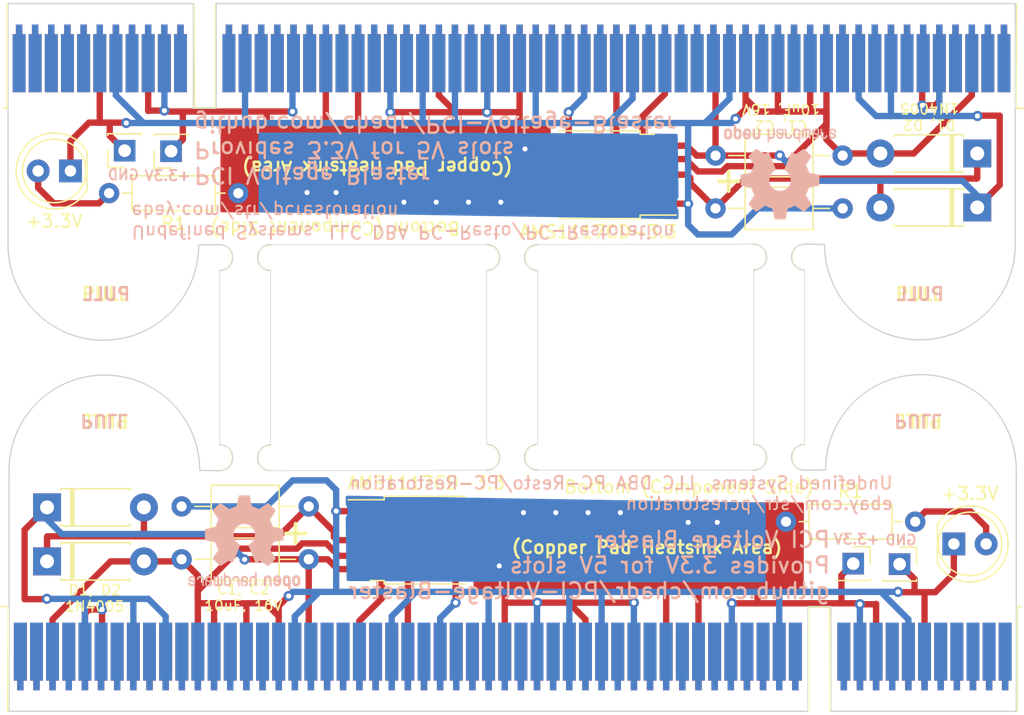
<source format=kicad_pcb>
(kicad_pcb (version 20221018) (generator pcbnew)
  (layers (0 "F.Cu" signal) (31 "B.Cu" signal) (34 "B.Paste" user) (35 "F.Paste" user) (36 "B.SilkS" user "B.Silkscreen") (37 "F.SilkS" user "F.Silkscreen") (38 "B.Mask" user) (39 "F.Mask" user) (44 "Edge.Cuts" user))
  (net 0 "")
  (net 1 "+5V")
  (net 2 "GND")
  (net 3 "+3.3V")
  (net 78 "Net-(LED1-A)")
  (footprint "PCI Blaster:BUS_PCI" (layer "F.Cu") (at 153.953 61.842 180)
    (fp_text reference "J1" hide)
    (fp_text value "Bus_PCI_32bit_5V")
  )
  (footprint "Panelization.pretty-master:mouse-bite-2mm-slot" (layer "F.Cu") (at 154 94.19)
    (fp_text reference "mouse-bite-2mm-slot" hide)
    (fp_text value "VAL**" hide)
  )
  (footprint "Diode_THT:D_DO-41_SOD81_P7.62mm_Horizontal" (layer "F.Cu") (at 117.417 102.383)
    (fp_text reference "D2" hide)
    (fp_text value "1N4005")
  )
  (footprint "Diode_THT:D_DO-41_SOD81_P7.62mm_Horizontal" (layer "F.Cu") (at 190.583 70.277 180)
    (fp_text reference "D2" hide)
    (fp_text value "1N4005")
  )
  (footprint "Package_TO_SOT_SMD:TO-252-3_TabPin2" (layer "F.Cu") (at 160.758 71.947 180)
    (fp_text reference "AMS1117CD-3.3")
    (fp_text value "AMS1117CD-3.3" hide)
  )
  (footprint "Panelization.pretty-master:mouse-bite-2mm-slot" (layer "F.Cu") (at 154 78.47 180)
    (fp_text reference "mouse-bite-2mm-slot" hide)
    (fp_text value "VAL**" hide)
  )
  (footprint "Resistor_THT:R_Axial_DIN0207_L6.3mm_D2.5mm_P10.16mm_Horizontal" (layer "F.Cu") (at 175.542 99.258)
    (fp_text reference "R1")
    (fp_text value "120R" hide)
  )
  (footprint "Capacitor_THT:C_Axial_L5.1mm_D3.1mm_P10.00mm_Horizontal" (layer "F.Cu") (at 169.998 70.442)
    (fp_text reference "C1" hide)
    (fp_text value "10uF")
  )
  (footprint "Diode_THT:D_DO-41_SOD81_P7.62mm_Horizontal" (layer "F.Cu") (at 190.583 74.527 180)
    (fp_text reference "D1" hide)
    (fp_text value "1N4005")
  )
  (footprint "Diode_THT:D_DO-41_SOD81_P7.62mm_Horizontal" (layer "F.Cu") (at 117.417 98.133)
    (fp_text reference "D1" hide)
    (fp_text value "1N4005")
  )
  (footprint "LED_THT:LED_D5.0mm" (layer "F.Cu") (at 188.742 101.008)
    (fp_text reference "+3.3V")
    (fp_text value "+3,3V")
  )
  (footprint "Capacitor_THT:C_Axial_L5.1mm_D3.1mm_P10.00mm_Horizontal" (layer "F.Cu") (at 138.002 98.058 180)
    (fp_text reference "C2" hide)
    (fp_text value "10uF")
  )
  (footprint "Connector_PinSocket_2.54mm:PinSocket_1x01_P2.54mm_Vertical" (layer "F.Cu") (at 180.827 102.563)
    (fp_text reference "TP1" hide)
    (fp_text value "+3.3V")
  )
  (footprint "Resistor_THT:R_Axial_DIN0207_L6.3mm_D2.5mm_P10.16mm_Horizontal" (layer "F.Cu") (at 132.458 73.402 180)
    (fp_text reference "R1")
    (fp_text value "120R" hide)
  )
  (footprint "PCI Blaster:BUS_PCI" (layer "F.Cu") (at 154.047 110.818)
    (fp_text reference "J1" hide)
    (fp_text value "Bus_PCI_32bit_5V")
  )
  (footprint "Capacitor_THT:C_Axial_L5.1mm_D3.1mm_P10.00mm_Horizontal" (layer "F.Cu") (at 138.002 102.218 180)
    (fp_text reference "C1" hide)
    (fp_text value "10uF")
  )
  (footprint "Panelization.pretty-master:mouse-bite-2mm-slot" (layer "F.Cu") (at 175 94.19)
    (fp_text reference "mouse-bite-2mm-slot" hide)
    (fp_text value "VAL**" hide)
  )
  (footprint "Package_TO_SOT_SMD:TO-252-3_TabPin2" (layer "F.Cu") (at 147.242 100.713)
    (fp_text reference "AMS1117CD-3.3")
    (fp_text value "AMS1117CD-3.3" hide)
  )
  (footprint "Capacitor_THT:C_Axial_L5.1mm_D3.1mm_P10.00mm_Horizontal" (layer "F.Cu") (at 169.998 74.602)
    (fp_text reference "C2" hide)
    (fp_text value "10uF")
  )
  (footprint "Panelization.pretty-master:mouse-bite-2mm-slot" (layer "F.Cu") (at 133 94.23)
    (fp_text reference "mouse-bite-2mm-slot" hide)
    (fp_text value "VAL**" hide)
  )
  (footprint "Connector_PinSocket_2.54mm:PinSocket_1x01_P2.54mm_Vertical" (layer "F.Cu") (at 184.477 102.603)
    (fp_text reference "TP2" hide)
    (fp_text value "GND")
  )
  (footprint "Panelization.pretty-master:mouse-bite-2mm-slot" (layer "F.Cu") (at 133 78.47 180)
    (fp_text reference "mouse-bite-2mm-slot" hide)
    (fp_text value "VAL**" hide)
  )
  (footprint "Connector_PinSocket_2.54mm:PinSocket_1x01_P2.54mm_Vertical" (layer "F.Cu") (at 123.523 70.057 180)
    (fp_text reference "TP2" hide)
    (fp_text value "GND")
  )
  (footprint "Panelization.pretty-master:mouse-bite-2mm-slot" (layer "F.Cu") (at 175 78.43 180)
    (fp_text reference "mouse-bite-2mm-slot" hide)
    (fp_text value "VAL**" hide)
  )
  (footprint "LED_THT:LED_D5.0mm" (layer "F.Cu") (at 119.258 71.652 180)
    (fp_text reference "+3.3V")
    (fp_text value "+3,3V")
  )
  (footprint "Connector_PinSocket_2.54mm:PinSocket_1x01_P2.54mm_Vertical" (layer "F.Cu") (at 127.173 70.097 180)
    (fp_text reference "TP1" hide)
    (fp_text value "+3.3V")
  )
  (footprint "Symbol:OSHW-Logo2_9.8x8mm_SilkScreen" (layer "B.Cu") (at 132.927 100.908 180)
    (fp_text reference "REF**" hide)
    (fp_text value "OSHW-Logo2_9.8x8mm_SilkScreen" hide)
  )
  (footprint "Symbol:OSHW-Logo2_9.8x8mm_SilkScreen" (layer "B.Cu") (at 175.073 71.752)
    (fp_text reference "REF**" hide)
    (fp_text value "OSHW-Logo2_9.8x8mm_SilkScreen" hide)
  )
  (gr_arc (start 131 93.21) (mid 132.02 94.23) (end 131 95.25) (stroke (width 0.1)) (layer "Edge.Cuts"))
  (gr_line (start 129.551997 95.223454) (end 131 95.25) (stroke (width 0.1)) (layer "Edge.Cuts"))
  (gr_line (start 156 77.45) (end 173 77.41) (stroke (width 0.05)) (layer "Edge.Cuts"))
  (gr_line (start 179.077 114.183) (end 193.652 114.183) (stroke (width 0.1)) (layer "Edge.Cuts"))
  (gr_line (start 178.551997 95.19253) (end 177.959983 95.192904) (stroke (width 0.1)) (layer "Edge.Cuts"))
  (gr_line (start 193.573 76.902) (end 193.573 66.727) (stroke (width 0.1)) (layer "Edge.Cuts"))
  (gr_line (start 178.551997 95.19253) (end 178.652 95.183) (stroke (width 0.1)) (layer "Edge.Cuts"))
  (gr_line (start 114.427 114.183) (end 177.277 114.183) (stroke (width 0.1)) (layer "Edge.Cuts"))
  (gr_line (start 114.348 76.922) (end 114.348 77.477) (stroke (width 0.1)) (layer "Edge.Cuts"))
  (gr_arc (start 178.652 95.183) (mid 186.152 87.683) (end 193.652 95.183) (stroke (width 0.1)) (layer "Edge.Cuts"))
  (gr_line (start 129.551997 95.223454) (end 129.427 95.218) (stroke (width 0.1)) (layer "Edge.Cuts"))
  (gr_line (start 179.077 105.933) (end 179.077 114.183) (stroke (width 0.1)) (layer "Edge.Cuts"))
  (gr_arc (start 129.348 77.477) (mid 121.848 84.977) (end 114.348 77.477) (stroke (width 0.1)) (layer "Edge.Cuts"))
  (gr_line (start 130.040017 77.467096) (end 131 77.45) (stroke (width 0.1)) (layer "Edge.Cuts"))
  (gr_line (start 193.573 76.902) (end 193.573 77.442) (stroke (width 0.1)) (layer "Edge.Cuts"))
  (gr_line (start 128.923 66.727) (end 128.923 58.477) (stroke (width 0.1)) (layer "Edge.Cuts"))
  (gr_arc (start 131 77.45) (mid 132.02 78.47) (end 131 79.49) (stroke (width 0.1)) (layer "Edge.Cuts"))
  (gr_arc (start 135 95.25) (mid 133.98 94.23) (end 135 93.21) (stroke (width 0.1)) (layer "Edge.Cuts"))
  (gr_line (start 177 93.17) (end 177 79.45) (stroke (width 0.05)) (layer "Edge.Cuts"))
  (gr_line (start 193.573 66.727) (end 193.573 58.477) (stroke (width 0.1)) (layer "Edge.Cuts"))
  (gr_line (start 173 79.45) (end 173 93.17) (stroke (width 0.05)) (layer "Edge.Cuts"))
  (gr_arc (start 152 77.45) (mid 153.02 78.47) (end 152 79.49) (stroke (width 0.1)) (layer "Edge.Cuts"))
  (gr_line (start 156 93.17) (end 156 79.49) (stroke (width 0.05)) (layer "Edge.Cuts"))
  (gr_line (start 114.427 95.758) (end 114.427 105.933) (stroke (width 0.1)) (layer "Edge.Cuts"))
  (gr_line (start 193.652 95.738) (end 193.652 95.183) (stroke (width 0.1)) (layer "Edge.Cuts"))
  (gr_line (start 177.277 114.183) (end 177.277 105.933) (stroke (width 0.1)) (layer "Edge.Cuts"))
  (gr_line (start 130.723 58.477) (end 130.723 66.727) (stroke (width 0.1)) (layer "Edge.Cuts"))
  (gr_arc (start 177 95.21) (mid 175.98 94.19) (end 177 93.17) (stroke (width 0.1)) (layer "Edge.Cuts"))
  (gr_line (start 114.427 105.933) (end 114.427 114.183) (stroke (width 0.1)) (layer "Edge.Cuts"))
  (gr_arc (start 114.427 95.218) (mid 121.927 87.718) (end 129.427 95.218) (stroke (width 0.1)) (layer "Edge.Cuts"))
  (gr_line (start 128.923 58.477) (end 114.348 58.477) (stroke (width 0.1)) (layer "Edge.Cuts"))
  (gr_line (start 178.448003 77.436546) (end 178.573 77.442) (stroke (width 0.1)) (layer "Edge.Cuts"))
  (gr_arc (start 177 79.45) (mid 175.98 78.43) (end 177 77.41) (stroke (width 0.1)) (layer "Edge.Cuts"))
  (gr_arc (start 152 93.17) (mid 153.02 94.19) (end 152 95.21) (stroke (width 0.1)) (layer "Edge.Cuts"))
  (gr_line (start 152 79.49) (end 152 93.17) (stroke (width 0.05)) (layer "Edge.Cuts"))
  (gr_line (start 130.723 66.727) (end 128.923 66.727) (stroke (width 0.1)) (layer "Edge.Cuts"))
  (gr_line (start 114.427 95.758) (end 114.427 95.218) (stroke (width 0.1)) (layer "Edge.Cuts"))
  (gr_line (start 129.448003 77.46747) (end 129.348 77.477) (stroke (width 0.1)) (layer "Edge.Cuts"))
  (gr_line (start 131 79.49) (end 131 93.21) (stroke (width 0.05)) (layer "Edge.Cuts"))
  (gr_line (start 193.573 58.477) (end 130.723 58.477) (stroke (width 0.1)) (layer "Edge.Cuts"))
  (gr_arc (start 173 93.17) (mid 174.02 94.19) (end 173 95.21) (stroke (width 0.1)) (layer "Edge.Cuts"))
  (gr_line (start 129.448003 77.46747) (end 130.040017 77.467096) (stroke (width 0.1)) (layer "Edge.Cuts"))
  (gr_arc (start 193.573 77.442) (mid 186.073 84.942) (end 178.573 77.442) (stroke (width 0.1)) (layer "Edge.Cuts"))
  (gr_line (start 178.448003 77.436546) (end 177 77.41) (stroke (width 0.1)) (layer "Edge.Cuts"))
  (gr_arc (start 173 77.41) (mid 174.02 78.43) (end 173 79.45) (stroke (width 0.1)) (layer "Edge.Cuts"))
  (gr_line (start 177.959983 95.192904) (end 177 95.21) (stroke (width 0.1)) (layer "Edge.Cuts"))
  (gr_line (start 156 95.21) (end 173 95.21) (stroke (width 0.05)) (layer "Edge.Cuts"))
  (gr_line (start 152 95.21) (end 135 95.25) (stroke (width 0.05)) (layer "Edge.Cuts"))
  (gr_arc (start 135 79.49) (mid 133.98 78.47) (end 135 77.45) (stroke (width 0.1)) (layer "Edge.Cuts"))
  (gr_line (start 177.277 105.933) (end 179.077 105.933) (stroke (width 0.1)) (layer "Edge.Cuts"))
  (gr_line (start 114.348 58.477) (end 114.348 76.922) (stroke (width 0.1)) (layer "Edge.Cuts"))
  (gr_line (start 152 77.45) (end 135 77.45) (stroke (width 0.05)) (layer "Edge.Cuts"))
  (gr_line (start 135 93.21) (end 135 79.49) (stroke (width 0.05)) (layer "Edge.Cuts"))
  (gr_arc (start 156 95.21) (mid 154.98 94.19) (end 156 93.17) (stroke (width 0.1)) (layer "Edge.Cuts"))
  (gr_arc (start 156 79.49) (mid 154.98 78.47) (end 156 77.45) (stroke (width 0.1)) (layer "Edge.Cuts"))
  (gr_line (start 193.652 114.183) (end 193.652 95.738) (stroke (width 0.1)) (layer "Edge.Cuts"))
  (gr_text "PULL" (at 124.058 81.932) (layer "B.SilkS") (effects (font (size 1 1) (thickness 0.2) bold) (justify left bottom mirror)))
  (gr_text "PCI Voltage Blaster\nProvides 3.3V for 5V slots\ngithub.com/chadr/PCI-Voltage-Blaster" (at 128.873 67.227 180) (layer "B.SilkS") (effects (font (size 1.25 1.25) (thickness 0.2) bold) (justify left bottom mirror)))
  (gr_text "PULL" (at 119.932 90.728 180) (layer "B.SilkS") (effects (font (size 1 1) (thickness 0.2) bold) (justify left bottom mirror)))
  (gr_text "PULL" (at 183.942 90.728 180) (layer "B.SilkS") (effects (font (size 1 1) (thickness 0.2) bold) (justify left bottom mirror)))
  (gr_text "Undefined Systems, LLC DBA PC-Resto/PC-Restoration\nebay.com/str/pcrestoration" (at 184.027 98.408) (layer "B.SilkS") (effects (font (size 1 1)) (justify left bottom mirror)))
  (gr_text "PULL" (at 188.068 81.932) (layer "B.SilkS") (effects (font (size 1 1) (thickness 0.2) bold) (justify left bottom mirror)))
  (gr_text "PCI Voltage Blaster\nProvides 3.3V for 5V slots\ngithub.com/chadr/PCI-Voltage-Blaster" (at 179.127 105.433) (layer "B.SilkS") (effects (font (size 1.25 1.25) (thickness 0.2) bold) (justify left bottom mirror)))
  (gr_text "Undefined Systems, LLC DBA PC-Resto/PC-Restoration\nebay.com/str/pcrestoration" (at 123.973 74.252 180) (layer "B.SilkS") (effects (font (size 1 1)) (justify left bottom mirror)))
  (gr_text "C1, C2\n10uF, 16V" (at 132.852 105.218) (layer "F.SilkS") (effects (font (size 0.8 0.8) (thickness 0.125))))
  (gr_text "PULL" (at 184.048 81.932) (layer "F.SilkS") (effects (font (size 1 1) (thickness 0.2) bold) (justify left bottom)))
  (gr_text "D1, D2\n1N4005" (at 121.172 105.288) (layer "F.SilkS") (effects (font (size 0.8 0.8) (thickness 0.125))))
  (gr_text "PULL" (at 187.952 90.728 180) (layer "F.SilkS") (effects (font (size 1 1) (thickness 0.2) bold) (justify left bottom)))
  (gr_text "(Copper Pad Heatsink Area)" (at 153.852 101.858) (layer "F.SilkS") (effects (font (size 1 1) (thickness 0.2) bold) (justify left bottom)))
  (gr_text "PULL" (at 123.952 90.728 180) (layer "F.SilkS") (effects (font (size 1 1) (thickness 0.2) bold) (justify left bottom)))
  (gr_text "C1, C2\n10uF, 16V" (at 175.148 67.442 180) (layer "F.SilkS") (effects (font (size 0.8 0.8) (thickness 0.125))))
  (gr_text "+" (at 135.527 101.208) (layer "F.SilkS") (effects (font (size 2 2) (thickness 0.3) bold) (justify left bottom)))
  (gr_text "PULL" (at 120.048 81.932) (layer "F.SilkS") (effects (font (size 1 1) (thickness 0.2) bold) (justify left bottom)))
  (gr_text "Bottom (Component Side)" (at 149.998 75.552 180) (layer "F.SilkS") (effects (font (size 1 1)) (justify left bottom)))
  (gr_text "(Copper Pad Heatsink Area)" (at 154.148 70.802 180) (layer "F.SilkS") (effects (font (size 1 1) (thickness 0.2) bold) (justify left bottom)))
  (gr_text "D1, D2\n1N4005" (at 186.828 67.372 180) (layer "F.SilkS") (effects (font (size 0.8 0.8) (thickness 0.125))))
  (gr_text "Bottom (Component Side)" (at 158.002 97.108) (layer "F.SilkS") (effects (font (size 1 1)) (justify left bottom)))
  (gr_text "+" (at 172.473 71.452 180) (layer "F.SilkS") (effects (font (size 2 2) (thickness 0.3) bold) (justify left bottom)))
  (segment (start 140.262 102.993) (end 142.202 102.993) (width 0.5) (layer "F.Cu") (net 1))
  (segment (start 120.397 106.5) (end 120.729 106.168) (width 0.5) (layer "F.Cu") (net 1))
  (segment (start 175.033 70.442) (end 175.048 70.427) (width 0.5) (layer "F.Cu") (net 1))
  (segment (start 117.417 98.133) (end 115.652 99.898) (width 0.5) (layer "F.Cu") (net 1))
  (segment (start 186.255 63.25) (end 186.333 63.172) (width 0.5) (layer "F.Cu") (net 1))
  (segment (start 167.738 69.667) (end 165.798 69.667) (width 0.5) (layer "F.Cu") (net 1))
  (segment (start 187.603 63.172) (end 187.603 66.16) (width 0.5) (layer "F.Cu") (net 1))
  (segment (start 138.002 102.218) (end 139.487 102.218) (width 0.5) (layer "F.Cu") (net 1))
  (segment (start 168.513 70.442) (end 167.738 69.667) (width 0.5) (layer "F.Cu") (net 1))
  (segment (start 190.583 74.527) (end 192.348 72.762) (width 0.5) (layer "F.Cu") (net 1))
  (segment (start 186.255 66.492) (end 186.255 63.25) (width 0.5) (layer "F.Cu") (net 1))
  (segment (start 138.002 102.218) (end 132.967 102.218) (width 0.5) (layer "F.Cu") (net 1))
  (segment (start 121.745 109.41) (end 121.667 109.488) (width 0.5) (layer "F.Cu") (net 1))
  (segment (start 192.348 67.302) (end 190.623 67.302) (width 0.5) (layer "F.Cu") (net 1))
  (segment (start 115.652 105.358) (end 117.377 105.358) (width 0.5) (layer "F.Cu") (net 1))
  (segment (start 169.998 63.337) (end 169.833 63.172) (width 0.5) (layer "F.Cu") (net 1))
  (segment (start 192.348 72.762) (end 192.348 67.302) (width 0.5) (layer "F.Cu") (net 1))
  (segment (start 138.002 109.323) (end 138.167 109.488) (width 0.5) (layer "F.Cu") (net 1))
  (segment (start 115.652 99.898) (end 115.652 105.358) (width 0.5) (layer "F.Cu") (net 1))
  (segment (start 120.397 109.488) (end 120.397 106.5) (width 0.5) (layer "F.Cu") (net 1))
  (segment (start 117.377 105.358) (end 117.402 105.333) (width 0.5) (layer "F.Cu") (net 1))
  (segment (start 169.998 70.442) (end 175.033 70.442) (width 0.5) (layer "F.Cu") (net 1))
  (segment (start 121.745 106.168) (end 121.745 109.41) (width 0.5) (layer "F.Cu") (net 1))
  (segment (start 169.998 70.442) (end 169.998 63.337) (width 0.5) (layer "F.Cu") (net 1))
  (segment (start 120.729 106.168) (end 121.745 106.168) (width 0.5) (layer "F.Cu") (net 1))
  (segment (start 132.967 102.218) (end 132.952 102.233) (width 0.5) (layer "F.Cu") (net 1))
  (segment (start 187.603 66.16) (end 187.271 66.492) (width 0.5) (layer "F.Cu") (net 1))
  (segment (start 169.998 70.442) (end 168.513 70.442) (width 0.5) (layer "F.Cu") (net 1))
  (segment (start 139.487 102.218) (end 140.262 102.993) (width 0.5) (layer "F.Cu") (net 1))
  (segment (start 190.623 67.302) (end 190.598 67.327) (width 0.5) (layer "F.Cu") (net 1))
  (segment (start 138.002 102.218) (end 138.002 109.323) (width 0.5) (layer "F.Cu") (net 1))
  (segment (start 187.271 66.492) (end 186.255 66.492) (width 0.5) (layer "F.Cu") (net 1))
  (via (at 175.048 70.427) (size 0.8) (drill 0.4) (layers "F.Cu" "B.Cu") (net 1))
  (via (at 132.952 102.233) (size 0.8) (drill 0.4) (layers "F.Cu" "B.Cu") (net 1))
  (via (at 117.402 105.333) (size 0.8) (drill 0.4) (layers "F.Cu" "B.Cu") (net 1))
  (via (at 186.255 66.492) (size 0.8) (drill 0.4) (layers "F.Cu" "B.Cu") (net 1))
  (via (at 121.745 106.168) (size 0.8) (drill 0.4) (layers "F.Cu" "B.Cu") (net 1))
  (via (at 190.598 67.327) (size 0.8) (drill 0.4) (layers "F.Cu" "B.Cu") (net 1))
  (segment (start 125.377 105.333) (end 126.747 106.703) (width 0.5) (layer "B.Cu") (net 1))
  (segment (start 186.255 67.327) (end 183.748 67.327) (width 0.5) (layer "B.Cu") (net 1))
  (segment (start 183.748 67.327) (end 182.623 67.327) (width 0.5) (layer "B.Cu") (net 1))
  (segment (start 175.048 70.427) (end 177.048 72.427) (width 0.5) (layer "B.Cu") (net 1))
  (segment (start 182.623 67.327) (end 181.253 65.957) (width 0.5) (layer "B.Cu") (net 1))
  (segment (start 183.793 67.282) (end 183.793 63.172) (width 0.5) (layer "B.Cu") (net 1))
  (segment (start 183.748 67.327) (end 183.793 67.282) (width 0.5) (layer "B.Cu") (net 1))
  (segment (start 187.573 67.327) (end 187.603 67.297) (width 0.5) (layer "B.Cu") (net 1))
  (segment (start 118.577 100.233) (end 117.417 99.073) (width 0.5) (layer "B.Cu") (net 1))
  (segment (start 187.573 67.327) (end 186.255 67.327) (width 0.5) (layer "B.Cu") (net 1))
  (segment (start 124.252 105.333) (end 124.207 105.378) (width 0.5) (layer "B.Cu") (net 1))
  (segment (start 126.747 106.703) (end 126.747 109.488) (width 0.5) (layer "B.Cu") (net 1))
  (segment (start 132.952 102.233) (end 130.952 100.233) (width 0.5) (layer "B.Cu") (net 1))
  (segment (start 190.583 73.587) (end 190.583 74.527) (width 0.5) (layer "B.Cu") (net 1))
  (segment (start 124.252 105.333) (end 125.377 105.333) (width 0.5) (layer "B.Cu") (net 1))
  (segment (start 130.952 100.233) (end 118.577 100.233) (width 0.5) (layer "B.Cu") (net 1))
  (segment (start 190.598 67.327) (end 187.573 67.327) (width 0.5) (layer "B.Cu") (net 1))
  (segment (start 177.048 72.427) (end 189.423 72.427) (width 0.5) (layer "B.Cu") (net 1))
  (segment (start 120.427 105.333) (end 120.397 105.363) (width 0.5) (layer "B.Cu") (net 1))
  (segment (start 120.397 105.363) (end 120.397 109.488) (width 0.5) (layer "B.Cu") (net 1))
  (segment (start 117.402 105.333) (end 120.427 105.333) (width 0.5) (layer "B.Cu") (net 1))
  (segment (start 124.207 105.378) (end 124.207 109.488) (width 0.5) (layer "B.Cu") (net 1))
  (segment (start 121.745 105.333) (end 124.252 105.333) (width 0.5) (layer "B.Cu") (net 1))
  (segment (start 187.603 67.297) (end 187.603 63.172) (width 0.5) (layer "B.Cu") (net 1))
  (segment (start 181.253 65.957) (end 181.253 63.172) (width 0.5) (layer "B.Cu") (net 1))
  (segment (start 189.423 72.427) (end 190.583 73.587) (width 0.5) (layer "B.Cu") (net 1))
  (segment (start 120.427 105.333) (end 121.745 105.333) (width 0.5) (layer "B.Cu") (net 1))
  (segment (start 121.745 105.333) (end 121.745 106.168) (width 0.5) (layer "B.Cu") (net 1))
  (segment (start 186.255 67.327) (end 186.255 66.492) (width 0.5) (layer "B.Cu") (net 1))
  (segment (start 117.417 99.073) (end 117.417 98.133) (width 0.5) (layer "B.Cu") (net 1))
  (segment (start 125.037 102.383) (end 122.417 102.383) (width 0.5) (layer "F.Cu") (net 2))
  (segment (start 121.563 67.852) (end 122.348 67.852) (width 0.5) (layer "F.Cu") (net 2))
  (segment (start 143.341949 101.943) (end 143.752 102.353051) (width 0.5) (layer "F.Cu") (net 2))
  (segment (start 137.069233 101.383) (end 137.484233 100.968) (width 0.5) (layer "F.Cu") (net 2))
  (segment (start 128.002 102.218) (end 129.277 103.493) (width 0.5) (layer "F.Cu") (net 2))
  (segment (start 178.723 69.167) (end 178.723 67.327) (width 0.5) (layer "F.Cu") (net 2))
  (segment (start 137.484233 100.968) (end 139.387051 100.968) (width 0.5) (layer "F.Cu") (net 2))
  (segment (start 130.552 105.683) (end 133.127 105.683) (width 0.5) (layer "F.Cu") (net 2))
  (segment (start 122.348 67.852) (end 123.623 67.852) (width 0.5) (layer "F.Cu") (net 2))
  (segment (start 182.963 70.277) (end 185.583 70.277) (width 0.5) (layer "F.Cu") (net 2))
  (segment (start 184.377 104.808) (end 184.352 104.783) (width 0.5) (layer "F.Cu") (net 2))
  (segment (start 132.599918 101.383) (end 137.069233 101.383) (width 0.5) (layer "F.Cu") (net 2))
  (segment (start 122.417 102.383) (end 117.847 106.953) (width 0.5) (layer "F.Cu") (net 2))
  (segment (start 130.557 105.688) (end 130.557 109.488) (width 0.5) (layer "F.Cu") (net 2))
  (segment (start 174.873 66.977) (end 174.903 66.947) (width 0.5) (layer "F.Cu") (net 2))
  (segment (start 164.248 70.306949) (end 164.248 67.362) (width 0.5) (layer "F.Cu") (net 2))
  (segment (start 171.573 67.552) (end 172.363 66.762) (width 0.5) (layer "F.Cu") (net 2))
  (segment (start 119.258 69.312) (end 119.258 71.652) (width 0.5) (layer "F.Cu") (net 2))
  (segment (start 129.277 105.333) (end 129.277 104.705918) (width 0.5) (layer "F.Cu") (net 2))
  (segment (start 129.277 103.493) (end 129.277 105.333) (width 0.5) (layer "F.Cu") (net 2))
  (segment (start 136.427 105.108) (end 135.637 105.898) (width 0.5) (layer "F.Cu") (net 2))
  (segment (start 175.400082 71.277) (end 170.930767 71.277) (width 0.5) (layer "F.Cu") (net 2))
  (segment (start 177.448 66.977) (end 177.443 66.972) (width 0.5) (layer "F.Cu") (net 2))
  (segment (start 139.387051 100.968) (end 140.362051 101.943) (width 0.5) (layer "F.Cu") (net 2))
  (segment (start 173.383 66.977) (end 172.363 65.957) (width 0.5) (layer "F.Cu") (net 2))
  (segment (start 140.172 98.433) (end 140.16 98.421) (width 0.25) (layer "F.Cu") (net 2))
  (segment (start 174.873 66.977) (end 173.383 66.977) (width 0.5) (layer "F.Cu") (net 2))
  (segment (start 125.037 102.383) (end 127.837 102.383) (width 0.5) (layer "F.Cu") (net 2))
  (segment (start 123.523 70.057) (end 122.348 68.882) (width 0.5) (layer "F.Cu") (net 2))
  (segment (start 178.723 66.977) (end 178.723 63.172) (width 0.5) (layer "F.Cu") (net 2))
  (segment (start 133.127 105.683) (end 134.617 105.683) (width 0.5) (layer "F.Cu") (net 2))
  (segment (start 178.723 67.327) (end 178.723 67.954082) (width 0.5) (layer "F.Cu") (net 2))
  (segment (start 129.277 104.705918) (end 132.599918 101.383) (width 0.5) (layer "F.Cu") (net 2))
  (segment (start 174.903 66.947) (end 174.903 63.172) (width 0.5) (layer "F.Cu") (net 2))
  (segment (start 130.552 105.683) (end 130.557 105.688) (width 0.5) (layer "F.Cu") (net 2))
  (segment (start 142.202 98.433) (end 140.172 98.433) (width 0.5) (layer "F.Cu") (net 2))
  (segment (start 135.637 105.898) (end 135.637 106.703) (width 0.5) (layer "F.Cu") (net 2))
  (segment (start 172.363 65.957) (end 172.363 63.172) (width 0.5) (layer "F.Cu") (net 2))
  (segment (start 168.612949 71.692) (end 167.637949 70.717) (width 0.5) (layer "F.Cu") (net 2))
  (segment (start 140.362051 101.943) (end 143.341949 101.943) (width 0.5) (layer "F.Cu") (net 2))
  (segment (start 129.277 105.683) (end 130.552 105.683) (width 0.5) (layer "F.Cu") (net 2))
  (segment (start 185.652 104.808) (end 184.377 104.808) (width 0.5) (layer "F.Cu") (net 2))
  (segment (start 185.583 70.277) (end 190.153 65.707) (width 0.5) (layer "F.Cu") (net 2))
  (segment (start 121.563 67.852) (end 121.563 63.172) (width 0.5) (layer "F.Cu") (net 2))
  (segment (start 134.617 105.683) (end 135.637 106.703) (width 0.5) (layer "F.Cu") (net 2))
  (segment (start 135.637 106.703) (end 135.637 109.488) (width 0.5) (layer "F.Cu") (net 2))
  (segment (start 164.248 67.362) (end 166.013 65.597) (width 0.5) (layer "F.Cu") (net 2))
  (segment (start 186.437 104.808) (end 186.437 109.488) (width 0.5) (layer "F.Cu") (net 2))
  (segment (start 178.723 66.977) (end 177.448 66.977) (width 0.5) (layer "F.Cu") (net 2))
  (segment (start 122.348 68.882) (end 122.348 67.852) (width 0.5) (layer "F.Cu") (net 2))
  (segment (start 188.742 103.348) (end 188.742 101.008) (width 0.5) (layer "F.Cu") (net 2))
  (segment (start 187.282 104.808) (end 188.742 103.348) (width 0.5) (layer "F.Cu") (net 2))
  (segment (start 178.723 67.327) (end 178.723 66.977) (width 0.5) (layer "F.Cu") (net 2))
  (segment (start 117.847 106.953) (end 117.847 109.488) (width 0.5) (layer "F.Cu") (net 2))
  (segment (start 129.277 105.683) (end 129.277 109.488) (width 0.5) (layer "F.Cu") (net 2))
  (segment (start 120.718 67.852) (end 119.258 69.312) (width 0.5) (layer "F.Cu") (net 2))
  (segment (start 127.837 102.383) (end 128.002 102.218) (width 0.5) (layer "F.Cu") (net 2))
  (segment (start 123.623 67.852) (end 123.648 67.877) (width 0.5) (layer "F.Cu") (net 2))
  (segment (start 164.658051 70.717) (end 164.248 70.306949) (width 0.5) (layer "F.Cu") (net 2))
  (segment (start 179.998 70.442) (end 178.723 69.167) (width 0.5) (layer "F.Cu") (net 2))
  (segment (start 143.752 105.298) (end 141.987 107.063) (width 0.5) (layer "F.Cu") (net 2))
  (segment (start 186.437 104.808) (end 185.652 104.808) (width 0.5) (layer "F.Cu") (net 2))
  (segment (start 187.282 104.808) (end 186.437 104.808) (width 0.5) (layer "F.Cu") (net 2))
  (segment (start 165.798 74.227) (end 167.828 74.227) (width 0.5) (layer "F.Cu") (net 2))
  (segment (start 180.163 70.277) (end 179.998 70.442) (width 0.5) (layer "F.Cu") (net 2))
  (segment (start 178.723 67.954082) (end 175.400082 71.277) (width 0.5) (layer "F.Cu") (net 2))
  (segment (start 182.963 70.277) (end 180.163 70.277) (width 0.5) (layer "F.Cu") (net 2))
  (segment (start 143.752 102.353051) (end 143.752 105.298) (width 0.5) (layer "F.Cu") (net 2))
  (segment (start 177.448 66.977) (end 174.873 66.977) (width 0.5) (layer "F.Cu") (net 2))
  (segment (start 190.153 65.707) (end 190.153 63.172) (width 0.5) (layer "F.Cu") (net 2))
  (segment (start 129.277 105.333) (end 129.277 105.683) (width 0.5) (layer "F.Cu") (net 2))
  (segment (start 184.477 102.603) (end 185.652 103.778) (width 0.5) (layer "F.Cu") (net 2))
  (segment (start 185.602 104.758) (end 185.652 104.808) (width 0.25) (layer "F.Cu") (net 2))
  (segment (start 167.637949 70.717) (end 164.658051 70.717) (width 0.5) (layer "F.Cu") (net 2))
  (segment (start 170.515767 71.692) (end 168.612949 71.692) (width 0.5) (layer "F.Cu") (net 2))
  (segment (start 177.443 66.972) (end 177.443 63.172) (width 0.5) (layer "F.Cu") (net 2))
  (segment (start 167.828 74.227) (end 167.84 74.239) (width 0.25) (layer "F.Cu") (net 2))
  (segment (start 120.718 67.852) (end 121.563 67.852) (width 0.5) (layer "F.Cu") (net 2))
  (segment (start 133.127 105.683) (end 133.097 105.713) (width 0.5) (layer "F.Cu") (net 2))
  (segment (start 166.013 65.597) (end 166.013 63.172) (width 0.5) (layer "F.Cu") (net 2))
  (segment (start 141.987 107.063) (end 141.987 109.488) (width 0.5) (layer "F.Cu") (net 2))
  (segment (start 122.398 67.902) (end 122.348 67.852) (width 0.25) (layer "F.Cu") (net 2))
  (segment (start 172.363 66.762) (end 172.363 65.957) (width 0.5) (layer "F.Cu") (net 2))
  (segment (start 185.652 103.778) (end 185.652 104.808) (width 0.5) (layer "F.Cu") (net 2))
  (segment (start 133.097 105.713) (end 133.097 109.488) (width 0.5) (layer "F.Cu") (net 2))
  (segment (start 170.930767 71.277) (end 170.515767 71.692) (width 0.5) (layer "F.Cu") (net 2))
  (via (at 184.352 104.783) (size 0.8) (drill 0.4) (layers "F.Cu" "B.Cu") (net 2))
  (via (at 136.427 105.108) (size 0.8) (drill 0.4) (layers "F.Cu" "B.Cu") (net 2))
  (via (at 140.16 98.421) (size 0.8) (drill 0.4) (layers "F.Cu" "B.Cu") (net 2))
  (via (at 167.84 74.239) (size 0.8) (drill 0.4) (layers "F.Cu" "B.Cu") (net 2))
  (via (at 123.648 67.877) (size 0.8) (drill 0.4) (layers "F.Cu" "B.Cu") (net 2))
  (via (at 171.573 67.552) (size 0.8) (drill 0.4) (layers "F.Cu" "B.Cu") (net 2))
  (segment (start 169.173 67.877) (end 171.248 67.877) (width 0.5) (layer "B.Cu") (net 2))
  (segment (start 179.998 74.602) (end 173.319 74.602) (width 0.5) (layer "B.Cu") (net 2))
  (segment (start 136.752 104.783) (end 136.427 105.108) (width 0.5) (layer "B.Cu") (net 2))
  (segment (start 175.102 104.783) (end 163.452 104.783) (width 0.5) (layer "B.Cu") (net 2))
  (segment (start 146.963 63.172) (end 146.963 67.787) (width 0.5) (layer "B.Cu") (net 2))
  (segment (start 146.447 104.783) (end 144.527 106.703) (width 0.5) (layer "B.Cu") (net 2))
  (segment (start 146.963 67.787) (end 146.873 67.877) (width 0.25) (layer "B.Cu") (net 2))
  (segment (start 144.527 106.703) (end 144.527 109.488) (width 0.5) (layer "B.Cu") (net 2))
  (segment (start 152.202 104.783) (end 146.447 104.783) (width 0.5) (layer "B.Cu") (net 2))
  (segment (start 138.827 104.783) (end 136.752 104.783) (width 0.5) (layer "B.Cu") (net 2))
  (segment (start 161.037 104.873) (end 161.127 104.783) (width 0.25) (layer "B.Cu") (net 2))
  (segment (start 152.147 104.838) (end 152.202 104.783) (width 0.25) (layer "B.Cu") (net 2))
  (segment (start 149.503 63.172) (end 149.503 67.847) (width 0.5) (layer "B.Cu") (net 2))
  (segment (start 167.84 75.89) (end 167.84 74.239) (width 0.5) (layer "B.Cu") (net 2))
  (segment (start 155.853 63.172) (end 155.853 67.822) (width 0.5) (layer "B.Cu") (net 2))
  (segment (start 167.84 74.239) (end 167.84 67.877) (width 0.5) (layer "B.Cu") (net 2))
  (segment (start 185.167 106.953) (end 183.077 104.863) (width 0.5) (layer "B.Cu") (net 2))
  (segment (start 158.527 104.783) (end 152.202 104.783) (width 0.5) (layer "B.Cu") (net 2))
  (segment (start 139.398 96.008) (end 140.16 96.77) (width 0.5) (layer "B.Cu") (net 2))
  (segment (start 185.167 109.488) (end 185.167 106.953) (width 0.5) (layer "B.Cu") (net 2))
  (segment (start 122.833 63.172) (end 122.833 65.707) (width 0.5) (layer "B.Cu") (net 2))
  (segment (start 132.898 67.877) (end 144.548 67.877) (width 0.5) (layer "B.Cu") (net 2))
  (segment (start 158.497 104.813) (end 158.527 104.783) (width 0.25) (layer "B.Cu") (net 2))
  (segment (start 124.923 67.797) (end 124.923 67.877) (width 0.25) (layer "B.Cu") (net 2))
  (segment (start 183.077 104.783) (end 175.102 104.783) (width 0.5) (layer "B.Cu") (net 2))
  (segment (start 132.993 63.172) (end 132.993 67.782) (width 0.5) (layer "B.Cu") (net 2))
  (segment (start 184.352 104.783) (end 183.077 104.783) (width 0.5) (layer "B.Cu") (net 2))
  (segment (start 144.548 67.877) (end 146.873 67.877) (width 0.5) (layer "B.Cu") (net 2))
  (segment (start 175.007 109.488) (end 175.007 104.878) (width 0.5) (layer "B.Cu") (net 2))
  (segment (start 146.873 67.877) (end 149.473 67.877) (width 0.5) (layer "B.Cu") (net 2))
  (segment (start 171.093 65.957) (end 171.093 63.172) (width 0.5) (layer "B.Cu") (net 2))
  (segment (start 136.731 96.008) (end 139.398 96.008) (width 0.5) (layer "B.Cu") (net 2))
  (segment (start 123.648 67.877) (end 124.923 67.877) (width 0.5) (layer "B.Cu") (net 2))
  (segment (start 183.077 104.863) (end 183.077 104.783) (width 0.25) (layer "B.Cu") (net 2))
  (segment (start 152.147 109.488) (end 152.147 104.838) (width 0.5) (layer "B.Cu") (net 2))
  (segment (start 140.16 104.783) (end 138.827 104.783) (width 0.5) (layer "B.Cu") (net 2))
  (segment (start 171.269 76.652) (end 168.602 76.652) (width 0.5) (layer "B.Cu") (net 2))
  (segment (start 168.602 76.652) (end 167.84 75.89) (width 0.5) (layer "B.Cu") (net 2))
  (segment (start 138.827 104.783) (end 136.907 106.703) (width 0.5) (layer "B.Cu") (net 2))
  (segment (start 175.007 104.878) (end 175.102 104.783) (width 0.25) (layer "B.Cu") (net 2))
  (segment (start 171.248 67.877) (end 171.573 67.552) (width 0.5) (layer "B.Cu") (net 2))
  (segment (start 161.037 109.488) (end 161.037 104.873) (width 0.5) (layer "B.Cu") (net 2))
  (segment (start 167.84 67.877) (end 169.173 67.877) (width 0.5) (layer "B.Cu") (net 2))
  (segment (start 132.993 67.782) (end 132.898 67.877) (width 0.25) (layer "B.Cu") (net 2))
  (segment (start 146.447 104.783) (end 140.16 104.783) (width 0.5) (layer "B.Cu") (net 2))
  (segment (start 163.452 104.783) (end 161.127 104.783) (width 0.5) (layer "B.Cu") (net 2))
  (segment (start 158.497 109.488) (end 158.497 104.813) (width 0.5) (layer "B.Cu") (net 2))
  (segment (start 161.127 104.783) (end 158.527 104.783) (width 0.5) (layer "B.Cu") (net 2))
  (segment (start 149.503 67.847) (end 149.473 67.877) (width 0.25) (layer "B.Cu") (net 2))
  (segment (start 144.598 67.927) (end 144.548 67.877) (width 0.25) (layer "B.Cu") (net 2))
  (segment (start 124.923 67.877) (end 132.898 67.877) (width 0.5) (layer "B.Cu") (net 2))
  (segment (start 140.16 98.421) (end 140.16 104.783) (width 0.5) (layer "B.Cu") (net 2))
  (segment (start 155.798 67.877) (end 161.553 67.877) (width 0.5) (layer "B.Cu") (net 2))
  (segment (start 155.853 67.822) (end 155.798 67.877) (width 0.25) (layer "B.Cu") (net 2))
  (segment (start 140.16 96.77) (end 140.16 98.421) (width 0.5) (layer "B.Cu") (net 2))
  (segment (start 169.173 67.877) (end 171.093 65.957) (width 0.5) (layer "B.Cu") (net 2))
  (segment (start 161.553 67.877) (end 167.84 67.877) (width 0.5) (layer "B.Cu") (net 2))
  (segment (start 122.833 65.707) (end 124.923 67.797) (width 0.5) (layer "B.Cu") (net 2))
  (segment (start 163.473 65.957) (end 163.473 63.172) (width 0.5) (layer "B.Cu") (net 2))
  (segment (start 136.907 106.703) (end 136.907 109.488) (width 0.5) (layer "B.Cu") (net 2))
  (segment (start 149.473 67.877) (end 155.798 67.877) (width 0.5) (layer "B.Cu") (net 2))
  (segment (start 161.553 67.877) (end 163.473 65.957) (width 0.5) (layer "B.Cu") (net 2))
  (segment (start 134.681 98.058) (end 136.731 96.008) (width 0.5) (layer "B.Cu") (net 2))
  (segment (start 173.319 74.602) (end 171.269 76.652) (width 0.5) (layer "B.Cu") (net 2))
  (segment (start 163.402 104.733) (end 163.452 104.783) (width 0.25) (layer "B.Cu") (net 2))
  (segment (start 128.002 98.058) (end 134.681 98.058) (width 0.5) (layer "B.Cu") (net 2))
  (segment (start 168.657 109.488) (end 168.657 103.963) (width 0.5) (layer "F.Cu") (net 3))
  (segment (start 135.652 100.408) (end 125.002 100.408) (width 0.5) (layer "F.Cu") (net 3))
  (segment (start 155.977 105.6325) (end 153.4925 105.6325) (width 0.5) (layer "F.Cu") (net 3))
  (segment (start 182.963 72.287) (end 182.998 72.252) (width 0.25) (layer "F.Cu") (net 3))
  (segment (start 168.023 72.627) (end 168.023 72.202) (width 0.5) (layer "F.Cu") (net 3))
  (segment (start 158.4465 105.6325) (end 159.767 106.953) (width 0.5) (layer "F.Cu") (net 3))
  (segment (start 181.352 105.758) (end 182.602 105.758) (width 0.5) (layer "F.Cu") (net 3))
  (segment (start 125.037 98.133) (end 125.037 100.373) (width 0.5) (layer "F.Cu") (net 3))
  (segment (start 162.203 69.242) (end 162.203 63.172) (width 0.5) (layer "F.Cu") (net 3))
  (segment (start 173.302 105.683) (end 173.302 103.958) (width 0.5) (layer "F.Cu") (net 3))
  (segment (start 166.117 109.488) (end 166.117 104.018) (width 0.5) (layer "F.Cu") (net 3))
  (segment (start 190.548 72.252) (end 190.583 72.217) (width 0.5) (layer "F.Cu") (net 3))
  (segment (start 182.963 74.527) (end 182.963 72.287) (width 0.5) (layer "F.Cu") (net 3))
  (segment (start 181.352 105.758) (end 181.277 105.683) (width 0.5) (layer "F.Cu") (net 3))
  (segment (start 154.583 66.952) (end 154.583 68.742) (width 0.5) (layer "F.Cu") (net 3))
  (segment (start 167.768 71.947) (end 165.798 71.947) (width 0.5) (layer "F.Cu") (net 3))
  (segment (start 139.343 68.697) (end 139.348 68.702) (width 0.25) (layer "F.Cu") (net 3))
  (segment (start 126.723 66.977) (end 128.098 66.977) (width 0.5) (layer "F.Cu") (net 3))
  (segment (start 182.998 72.252) (end 190.548 72.252) (width 0.5) (layer "F.Cu") (net 3))
  (segment (start 182.602 105.758) (end 182.627 105.733) (width 0.5) (layer "F.Cu") (net 3))
  (segment (start 179.902 103.488) (end 180.827 102.563) (width 0.5) (layer "F.Cu") (net 3))
  (segment (start 158.448 69.797) (end 158.448 67.0275) (width 0.5) (layer "F.Cu") (net 3))
  (segment (start 152.023 67.0275) (end 149.5535 67.0275) (width 0.5) (layer "F.Cu") (net 3))
  (segment (start 141.883 68.642) (end 141.873 68.652) (width 0.25) (layer "F.Cu") (net 3))
  (segment (start 150.177 102.238) (end 149.552 102.863) (width 0.25) (layer "F.Cu") (net 3))
  (segment (start 141.883 63.172) (end 141.883 68.642) (width 0.5) (layer "F.Cu") (net 3))
  (segment (start 181.277 105.683) (end 179.902 105.683) (width 0.5) (layer "F.Cu") (net 3))
  (segment (start 125.398 66.902) (end 125.373 66.927) (width 0.5) (layer "F.Cu") (net 3))
  (segment (start 149.5535 67.0275) (end 148.233 65.707) (width 0.5) (layer "F.Cu") (net 3))
  (segment (start 182.627 105.733) (end 182.627 109.488) (width 0.5) (layer "F.Cu") (net 3))
  (segment (start 128.098 66.977) (end 128.098 69.172) (width 0.5) (layer "F.Cu") (net 3))
  (segment (start 153.4925 105.6325) (end 153.417 105.708) (width 0.25) (layer "F.Cu") (net 3))
  (segment (start 128.098 66.977) (end 134.698 66.977) (width 0.5) (layer "F.Cu") (net 3))
  (segment (start 134.698 66.977) (end 134.698 68.702) (width 0.5) (layer "F.Cu") (net 3))
  (segment (start 179.902 105.683) (end 173.302 105.683) (width 0.5) (layer "F.Cu") (net 3))
  (segment (start 154.583 68.742) (end 154.573 68.752) (width 0.25) (layer "F.Cu") (net 3))
  (segment (start 144.423 67.0275) (end 149.5535 67.0275) (width 0.5) (layer "F.Cu") (net 3))
  (segment (start 138.002 98.058) (end 139.977 100.033) (width 0.5) (layer "F.Cu") (net 3))
  (segment (start 153.417 103.918) (end 153.427 103.908) (width 0.25) (layer "F.Cu") (net 3))
  (segment (start 168.657 103.963) (end 168.652 103.958) (width 0.25) (layer "F.Cu") (net 3))
  (segment (start 153.417 109.488) (end 153.417 105.708) (width 0.5) (layer "F.Cu") (net 3))
  (segment (start 153.417 105.708) (end 153.417 103.918) (width 0.5) (layer "F.Cu") (net 3))
  (segment (start 152.023 67.0275) (end 154.5075 67.0275) (width 0.5) (layer "F.Cu") (net 3))
  (segment (start 148.502 100.713) (end 145.797 103.418) (width 0.5) (layer "F.Cu") (net 3))
  (segment (start 128.098 69.172) (end 127.173 70.097) (width 0.5) (layer "F.Cu") (net 3))
  (segment (start 117.417 100.443) (end 117.417 102.383) (width 0.5) (layer "F.Cu") (net 3))
  (segment (start 190.583 72.217) (end 190.583 70.277) (width 0.5) (layer "F.Cu") (net 3))
  (segment (start 140.232 100.713) (end 142.202 100.713) (width 0.5) (layer "F.Cu") (net 3))
  (segment (start 154.5075 67.0275) (end 154.583 66.952) (width 0.25) (layer "F.Cu") (net 3))
  (segment (start 139.977 100.458) (end 140.232 100.713) (width 0.5) (layer "F.Cu") (net 3))
  (segment (start 159.498 71.947) (end 162.203 69.242) (width 0.5) (layer "F.Cu") (net 3))
  (segment (start 179.902 105.683) (end 179.902 103.488) (width 0.5) (layer "F.Cu") (net 3))
  (segment (start 155.977 105.6325) (end 158.4465 105.6325) (width 0.5) (layer "F.Cu") (net 3))
  (segment (start 139.343 63.172) (end 139.343 68.697) (width 0.5) (layer "F.Cu") (net 3))
  (segment (start 172.348 72.252) (end 182.998 72.252) (width 0.5) (layer "F.Cu") (net 3))
  (segment (start 159.767 106.953) (end 159.767 109.488) (width 0.5) (layer "F.Cu") (net 3))
  (segment (start 145.797 103.418) (end 145.797 109.488) (width 0.5) (layer "F.Cu") (net 3))
  (segment (start 157.823 70.422) (end 158.448 69.797) (width 0.25) (layer "F.Cu") (net 3))
  (segment (start 117.452 100.408) (end 117.417 100.443) (width 0.5) (layer "F.Cu") (net 3))
  (segment (start 173.302 105.683) (end 171.277 105.683) (width 0.5) (layer "F.Cu") (net 3))
  (segment (start 148.233 65.707) (end 148.233 63.172) (width 0.5) (layer "F.Cu") (net 3))
  (segment (start 166.117 104.018) (end 166.127 104.008) (width 0.25) (layer "F.Cu") (net 3))
  (segment (start 125.037 100.373) (end 125.002 100.408) (width 0.25) (layer "F.Cu") (net 3))
  (segment (start 139.977 100.033) (end 139.977 100.458) (width 0.5) (layer "F.Cu") (net 3))
  (segment (start 149.552 102.863) (end 149.552 105.6325) (width 0.5) (layer "F.Cu") (net 3))
  (segment (start 165.798 71.947) (end 159.498 71.947) (width 0.5) (layer "F.Cu") (net 3))
  (segment (start 154.583 63.172) (end 154.583 66.952) (width 0.5) (layer "F.Cu") (net 3))
  (segment (start 169.998 74.602) (end 168.023 72.627) (width 0.5) (layer "F.Cu") (net 3))
  (segment (start 168.023 72.202) (end 167.768 71.947) (width 0.5) (layer "F.Cu") (net 3))
  (segment (start 163.577 105.6325) (end 158.4465 105.6325) (width 0.5) (layer "F.Cu") (net 3))
  (segment (start 125.373 66.927) (end 125.373 63.172) (width 0.5) (layer "F.Cu") (net 3))
  (segment (start 169.998 74.602) (end 172.348 72.252) (width 0.5) (layer "F.Cu") (net 3))
  (segment (start 126.648 66.902) (end 125.398 66.902) (width 0.5) (layer "F.Cu") (net 3))
  (segment (start 126.648 66.902) (end 126.723 66.977) (width 0.5) (layer "F.Cu") (net 3))
  (segment (start 142.202 100.713) (end 148.502 100.713) (width 0.5) (layer "F.Cu") (net 3))
  (segment (start 138.002 98.058) (end 135.652 100.408) (width 0.5) (layer "F.Cu") (net 3))
  (segment (start 134.698 66.977) (end 136.723 66.977) (width 0.5) (layer "F.Cu") (net 3))
  (segment (start 125.002 100.408) (end 117.452 100.408) (width 0.5) (layer "F.Cu") (net 3))
  (via (at 149.552 105.6325) (size 0.8) (drill 0.4) (layers "F.Cu" "B.Cu") (net 3))
  (via (at 171.277 105.683) (size 0.8) (drill 0.4) (layers "F.Cu" "B.Cu") (net 3))
  (via (at 181.352 105.758) (size 0.8) (drill 0.4) (layers "F.Cu" "B.Cu") (net 3))
  (via (at 140.154 73.35) (size 0.8) (drill 0.4) (layers "F.Cu" "B.Cu") (net 3))
  (via (at 148.028 74.112) (size 0.8) (drill 0.4) (layers "F.Cu" "B.Cu") (net 3))
  (via (at 154.892 98.548) (size 0.8) (drill 0.4) (layers "F.Cu" "B.Cu") (net 3))
  (via (at 145.488 74.112) (size 0.8) (drill 0.4) (layers "F.Cu" "B.Cu") (net 3))
  (via (at 159.972 98.548) (size 0.8) (drill 0.4) (layers "F.Cu" "B.Cu") (net 3))
  (via (at 144.423 67.0275) (size 0.8) (drill 0.4) (layers "F.Cu" "B.Cu") (net 3))
  (via (at 158.448 67.0275) (size 0.8) (drill 0.4) (layers "F.Cu" "B.Cu") (net 3))
  (via (at 153.108 74.112) (size 0.8) (drill 0.4) (layers "F.Cu" "B.Cu") (net 3))
  (via (at 162.512 98.548) (size 0.8) (drill 0.4) (layers "F.Cu" "B.Cu") (net 3))
  (via (at 163.577 105.6325) (size 0.8) (drill 0.4) (layers "F.Cu" "B.Cu") (net 3))
  (via (at 170.132 99.31) (size 0.8) (drill 0.4) (layers "F.Cu" "B.Cu") (net 3))
  (via (at 150.568 74.112) (size 0.8) (drill 0.4) (layers "F.Cu" "B.Cu") (net 3))
  (via (at 126.648 66.902) (size 0.8) (drill 0.4) (layers "F.Cu" "B.Cu") (net 3))
  (via (at 155.013 69.921) (size 0.8) (drill 0.4) (layers "F.Cu" "B.Cu") (net 3))
  (via (at 152.987 102.739) (size 0.8) (drill 0.4) (layers "F.Cu" "B.Cu") (net 3))
  (via (at 155.977 105.6325) (size 0.8) (drill 0.4) (layers "F.Cu" "B.Cu") (net 3))
  (via (at 167.846 99.31) (size 0.8) (drill 0.4) (layers "F.Cu" "B.Cu") (net 3))
  (via (at 157.432 98.548) (size 0.8) (drill 0.4) (layers "F.Cu" "B.Cu") (net 3))
  (via (at 136.723 66.977) (size 0.8) (drill 0.4) (layers "F.Cu" "B.Cu") (net 3))
  (via (at 137.868 73.35) (size 0.8) (drill 0.4) (layers "F.Cu" "B.Cu") (net 3))
  (via (at 152.023 67.0275) (size 0.8) (drill 0.4) (layers "F.Cu" "B.Cu") (net 3))
  (segment (start 149.552 105.6325) (end 148.337 106.8475) (width 0.5) (layer "B.Cu") (net 3))
  (segment (start 163.577 109.488) (end 163.577 105.6325) (width 0.5) (layer "B.Cu") (net 3))
  (segment (start 126.648 66.902) (end 126.648 63.177) (width 0.5) (layer "B.Cu") (net 3))
  (segment (start 159.663 65.8125) (end 159.663 63.172) (width 0.5) (layer "B.Cu") (net 3))
  (segment (start 152.043 67.0075) (end 152.023 67.0275) (width 0.25) (layer "B.Cu") (net 3))
  (segment (start 155.957 105.6525) (end 155.977 105.6325) (width 0.25) (layer "B.Cu") (net 3))
  (segment (start 136.723 66.977) (end 136.723 63.252) (width 0.5) (layer "B.Cu") (net 3))
  (segment (start 181.352 105.758) (end 181.352 109.483) (width 0.5) (layer "B.Cu") (net 3))
  (segment (start 144.423 63.172) (end 144.423 67.0275) (width 0.5) (layer "B.Cu") (net 3))
  (segment (start 136.723 63.252) (end 136.803 63.172) (width 0.5) (layer "B.Cu") (net 3))
  (segment (start 155.957 109.488) (end 155.957 105.6525) (width 0.5) (layer "B.Cu") (net 3))
  (segment (start 171.277 105.683) (end 171.277 109.408) (width 0.5) (layer "B.Cu") (net 3))
  (segment (start 148.337 106.8475) (end 148.337 109.488) (width 0.5) (layer "B.Cu") (net 3))
  (segment (start 152.043 63.172) (end 152.043 67.0075) (width 0.5) (layer "B.Cu") (net 3))
  (segment (start 126.648 63.177) (end 126.643 63.172) (width 0.5) (layer "B.Cu") (net 3))
  (segment (start 158.448 67.0275) (end 159.663 65.8125) (width 0.5) (layer "B.Cu") (net 3))
  (segment (start 171.277 109.408) (end 171.197 109.488) (width 0.5) (layer "B.Cu") (net 3))
  (segment (start 181.352 109.483) (end 181.357 109.488) (width 0.5) (layer "B.Cu") (net 3))
  (segment (start 116.718 72.982) (end 116.718 71.652) (width 0.5) (layer "F.Cu") (net 78))
  (segment (start 121.498001 74.201999) (end 117.937999 74.201999) (width 0.5) (layer "F.Cu") (net 78))
  (segment (start 117.937999 74.201999) (end 116.718 72.982) (width 0.5) (layer "F.Cu") (net 78))
  (segment (start 190.062001 98.458001) (end 191.282 99.678) (width 0.5) (layer "F.Cu") (net 78))
  (segment (start 186.501999 98.458001) (end 190.062001 98.458001) (width 0.5) (layer "F.Cu") (net 78))
  (segment (start 185.702 99.258) (end 186.501999 98.458001) (width 0.5) (layer "F.Cu") (net 78))
  (segment (start 191.282 99.678) (end 191.282 101.008) (width 0.5) (layer "F.Cu") (net 78))
  (segment (start 122.298 73.402) (end 121.498001 74.201999) (width 0.5) (layer "F.Cu") (net 78))
  (zone (net 3) (net_name "+3.3V") (layer "F.Cu") (connect_pads yes (clearance 0.5)) (min_thickness 0.25) (fill yes (thermal_gap 0.5) (thermal_bridge_width 0.5))
    (polygon (pts (xy 157.038 75.022) (xy 131.048 74.912) (xy 131.068 67.962) (xy 157.038 67.932)))
  )
  (zone (net 3) (net_name "+3.3V") (layer "F.Cu") (connect_pads yes (clearance 0.5)) (min_thickness 0.25) (fill yes (thermal_gap 0.5) (thermal_bridge_width 0.5))
    (polygon (pts (xy 150.962 97.638) (xy 176.952 97.748) (xy 176.932 104.698) (xy 150.962 104.728)))
  )
  (zone (net 3) (net_name "+3.3V") (layer "B.Cu") (priority 1) (connect_pads yes (clearance 0.5)) (min_thickness 0.25) (fill yes (thermal_gap 0.5) (thermal_bridge_width 0.5))
    (polygon (pts (xy 167.123 75.452) (xy 134.048 74.902) (xy 134.048 68.552) (xy 167.023 68.727)))
  )
  (zone (net 3) (net_name "+3.3V") (layer "B.Cu") (priority 1) (connect_pads yes (clearance 0.5)) (min_thickness 0.25) (fill yes (thermal_gap 0.5) (thermal_bridge_width 0.5))
    (polygon (pts (xy 140.877 97.208) (xy 173.952 97.758) (xy 173.952 104.108) (xy 140.977 103.933)))
  )
)
</source>
